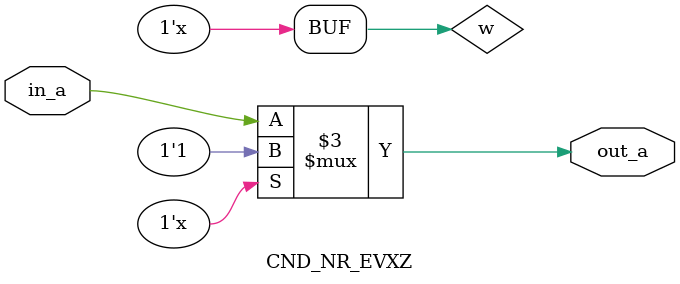
<source format=v>
module CND_NR_EVXZ (in_a,out_a);
   input in_a;
   output reg out_a;
   wire w;
   assign w = 1'bz;
   always @ (w or in_a) begin
      if(w)
      out_a = 1'b1;
      else 
      out_a = in_a;
   end
endmodule


</source>
